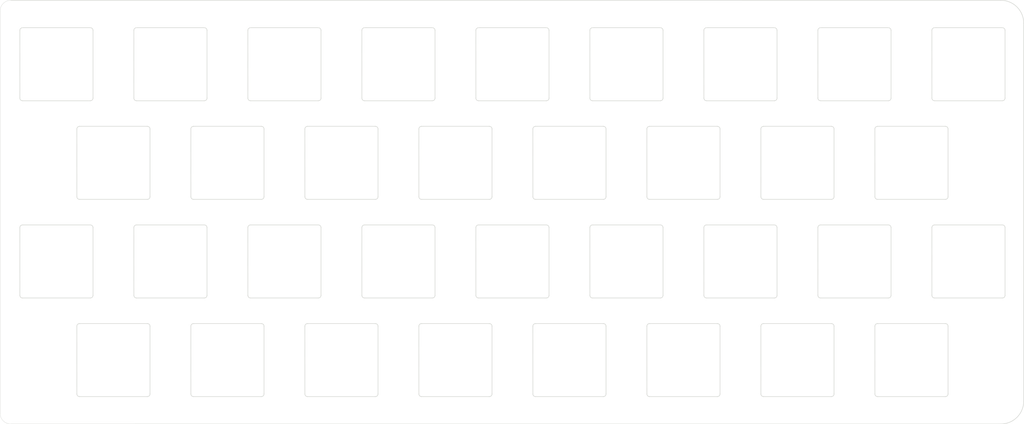
<source format=kicad_pcb>
(kicad_pcb (version 20211014) (generator pcbnew)
  (layers (0 "F.Cu" signal) (31 "B.Cu" signal) (34 "B.Paste" user) (35 "F.Paste" user) (36 "B.SilkS" user "B.Silkscreen") (37 "F.SilkS" user "F.Silkscreen") (38 "B.Mask" user) (39 "F.Mask" user) (44 "Edge.Cuts" user))
  (net 0 "")
  (footprint "Pale Slim Ghost:Kailh Choc V1 panel" (layer "F.Cu") (at 266.358051 116.833013)
    (fp_text reference "SW34" hide)
    (fp_text value "SW_Push" hide)
    (fp_line (start -6.396447 6.896447) (end 6.396447 6.896447) (layer "Edge.Cuts") (width 0.1))
    (fp_line (start 6.896447 -6.396447) (end 6.896447 6.396447) (layer "Edge.Cuts") (width 0.1))
    (fp_line (start -6.4 -6.896447) (end 6.396447 -6.896447) (layer "Edge.Cuts") (width 0.1))
    (fp_line (start -6.9 -6.396447) (end -6.896447 6.396447) (layer "Edge.Cuts") (width 0.1))
    (fp_arc (start -6.9 -6.396447) (mid -6.753553 -6.75) (end -6.4 -6.896447) (layer "Edge.Cuts") (width 0.1))
    (fp_arc (start -6.396447 6.896447) (mid -6.75 6.75) (end -6.896447 6.396447) (layer "Edge.Cuts") (width 0.1))
    (fp_arc (start 6.896447 6.396447) (mid 6.750001 6.750001) (end 6.396447 6.896447) (layer "Edge.Cuts") (width 0.1))
    (fp_arc (start 6.396447 -6.896447) (mid 6.750001 -6.750001) (end 6.896447 -6.396447) (layer "Edge.Cuts") (width 0.1))
  )
  (footprint "Pale Slim Ghost:Kailh Choc V1 panel" (layer "F.Cu") (at 244.858051 116.833013)
    (fp_text reference "SW33" hide)
    (fp_text value "SW_Push" hide)
    (fp_line (start -6.396447 6.896447) (end 6.396447 6.896447) (layer "Edge.Cuts") (width 0.1))
    (fp_line (start -6.4 -6.896447) (end 6.396447 -6.896447) (layer "Edge.Cuts") (width 0.1))
    (fp_line (start -6.9 -6.396447) (end -6.896447 6.396447) (layer "Edge.Cuts") (width 0.1))
    (fp_line (start 6.896447 -6.396447) (end 6.896447 6.396447) (layer "Edge.Cuts") (width 0.1))
    (fp_arc (start 6.896447 6.396447) (mid 6.750001 6.750001) (end 6.396447 6.896447) (layer "Edge.Cuts") (width 0.1))
    (fp_arc (start -6.9 -6.396447) (mid -6.753553 -6.75) (end -6.4 -6.896447) (layer "Edge.Cuts") (width 0.1))
    (fp_arc (start 6.396447 -6.896447) (mid 6.750001 -6.750001) (end 6.896447 -6.396447) (layer "Edge.Cuts") (width 0.1))
    (fp_arc (start -6.396447 6.896447) (mid -6.75 6.75) (end -6.896447 6.396447) (layer "Edge.Cuts") (width 0.1))
  )
  (footprint "Pale Slim Ghost:Kailh Choc V1 panel" (layer "F.Cu") (at 137.358051 79.593917)
    (fp_text reference "SW11" hide)
    (fp_text value "SW_Push" hide)
    (fp_line (start -6.396447 6.896447) (end 6.396447 6.896447) (layer "Edge.Cuts") (width 0.1))
    (fp_line (start -6.9 -6.396447) (end -6.896447 6.396447) (layer "Edge.Cuts") (width 0.1))
    (fp_line (start 6.896447 -6.396447) (end 6.896447 6.396447) (layer "Edge.Cuts") (width 0.1))
    (fp_line (start -6.4 -6.896447) (end 6.396447 -6.896447) (layer "Edge.Cuts") (width 0.1))
    (fp_arc (start 6.396447 -6.896447) (mid 6.750001 -6.750001) (end 6.896447 -6.396447) (layer "Edge.Cuts") (width 0.1))
    (fp_arc (start 6.896447 6.396447) (mid 6.750001 6.750001) (end 6.396447 6.896447) (layer "Edge.Cuts") (width 0.1))
    (fp_arc (start -6.396447 6.896447) (mid -6.75 6.75) (end -6.896447 6.396447) (layer "Edge.Cuts") (width 0.1))
    (fp_arc (start -6.9 -6.396447) (mid -6.753553 -6.75) (end -6.4 -6.896447) (layer "Edge.Cuts") (width 0.1))
  )
  (footprint "Pale Slim Ghost:Kailh Choc V1 panel" (layer "F.Cu") (at 169.608051 60.974369)
    (fp_text reference "SW4" hide)
    (fp_text value "SW_Push" hide)
    (fp_line (start 6.896447 -6.396447) (end 6.896447 6.396447) (layer "Edge.Cuts") (width 0.1))
    (fp_line (start -6.4 -6.896447) (end 6.396447 -6.896447) (layer "Edge.Cuts") (width 0.1))
    (fp_line (start -6.9 -6.396447) (end -6.896447 6.396447) (layer "Edge.Cuts") (width 0.1))
    (fp_line (start -6.396447 6.896447) (end 6.396447 6.896447) (layer "Edge.Cuts") (width 0.1))
    (fp_arc (start -6.396447 6.896447) (mid -6.75 6.75) (end -6.896447 6.396447) (layer "Edge.Cuts") (width 0.1))
    (fp_arc (start -6.9 -6.396447) (mid -6.753553 -6.75) (end -6.4 -6.896447) (layer "Edge.Cuts") (width 0.1))
    (fp_arc (start 6.396447 -6.896447) (mid 6.750001 -6.750001) (end 6.896447 -6.396447) (layer "Edge.Cuts") (width 0.1))
    (fp_arc (start 6.896447 6.396447) (mid 6.750001 6.750001) (end 6.396447 6.896447) (layer "Edge.Cuts") (width 0.1))
  )
  (footprint "Pale Slim Ghost:Kailh Choc V1 panel" (layer "F.Cu") (at 255.608051 60.974369)
    (fp_text reference "SW8" hide)
    (fp_text value "SW_Push" hide)
    (fp_line (start -6.9 -6.396447) (end -6.896447 6.396447) (layer "Edge.Cuts") (width 0.1))
    (fp_line (start -6.396447 6.896447) (end 6.396447 6.896447) (layer "Edge.Cuts") (width 0.1))
    (fp_line (start 6.896447 -6.396447) (end 6.896447 6.396447) (layer "Edge.Cuts") (width 0.1))
    (fp_line (start -6.4 -6.896447) (end 6.396447 -6.896447) (layer "Edge.Cuts") (width 0.1))
    (fp_arc (start -6.396447 6.896447) (mid -6.75 6.75) (end -6.896447 6.396447) (layer "Edge.Cuts") (width 0.1))
    (fp_arc (start -6.9 -6.396447) (mid -6.753553 -6.75) (end -6.4 -6.896447) (layer "Edge.Cuts") (width 0.1))
    (fp_arc (start 6.896447 6.396447) (mid 6.750001 6.750001) (end 6.396447 6.896447) (layer "Edge.Cuts") (width 0.1))
    (fp_arc (start 6.396447 -6.896447) (mid 6.750001 -6.750001) (end 6.896447 -6.396447) (layer "Edge.Cuts") (width 0.1))
  )
  (footprint "Pale Slim Ghost:Kailh Choc V1 panel" (layer "F.Cu") (at 244.858051 79.593917)
    (fp_text reference "SW16" hide)
    (fp_text value "SW_Push" hide)
    (fp_line (start -6.396447 6.896447) (end 6.396447 6.896447) (layer "Edge.Cuts") (width 0.1))
    (fp_line (start -6.4 -6.896447) (end 6.396447 -6.896447) (layer "Edge.Cuts") (width 0.1))
    (fp_line (start 6.896447 -6.396447) (end 6.896447 6.396447) (layer "Edge.Cuts") (width 0.1))
    (fp_line (start -6.9 -6.396447) (end -6.896447 6.396447) (layer "Edge.Cuts") (width 0.1))
    (fp_arc (start 6.396447 -6.896447) (mid 6.750001 -6.750001) (end 6.896447 -6.396447) (layer "Edge.Cuts") (width 0.1))
    (fp_arc (start -6.9 -6.396447) (mid -6.753553 -6.75) (end -6.4 -6.896447) (layer "Edge.Cuts") (width 0.1))
    (fp_arc (start 6.896447 6.396447) (mid 6.750001 6.750001) (end 6.396447 6.896447) (layer "Edge.Cuts") (width 0.1))
    (fp_arc (start -6.396447 6.896447) (mid -6.75 6.75) (end -6.896447 6.396447) (layer "Edge.Cuts") (width 0.1))
  )
  (footprint "MountingHole:MountingHole_3.2mm_M3" (layer "F.Cu") (at 283.210051 124.586693)
    (fp_text reference "H4" hide)
    (fp_text value "MountingHole" hide)
    (pad "" np_thru_hole circle (at 0 0) (size 3.2 3.2) (drill 3.2) (layers *.Cu *.Mask))
  )
  (footprint "Pale Slim Ghost:Kailh Choc V1 panel" (layer "F.Cu") (at 180.358051 116.833013)
    (fp_text reference "SW30" hide)
    (fp_text value "SW_Push" hide)
    (fp_line (start -6.4 -6.896447) (end 6.396447 -6.896447) (layer "Edge.Cuts") (width 0.1))
    (fp_line (start -6.396447 6.896447) (end 6.396447 6.896447) (layer "Edge.Cuts") (width 0.1))
    (fp_line (start 6.896447 -6.396447) (end 6.896447 6.396447) (layer "Edge.Cuts") (width 0.1))
    (fp_line (start -6.9 -6.396447) (end -6.896447 6.396447) (layer "Edge.Cuts") (width 0.1))
    (fp_arc (start 6.896447 6.396447) (mid 6.750001 6.750001) (end 6.396447 6.896447) (layer "Edge.Cuts") (width 0.1))
    (fp_arc (start 6.396447 -6.896447) (mid 6.750001 -6.750001) (end 6.896447 -6.396447) (layer "Edge.Cuts") (width 0.1))
    (fp_arc (start -6.396447 6.896447) (mid -6.75 6.75) (end -6.896447 6.396447) (layer "Edge.Cuts") (width 0.1))
    (fp_arc (start -6.9 -6.396447) (mid -6.753553 -6.75) (end -6.4 -6.896447) (layer "Edge.Cuts") (width 0.1))
  )
  (footprint "Pale Slim Ghost:Kailh Choc V1 panel" (layer "F.Cu") (at 137.358051 116.833013)
    (fp_text reference "SW28" hide)
    (fp_text value "SW_Push" hide)
    (fp_line (start -6.9 -6.396447) (end -6.896447 6.396447) (layer "Edge.Cuts") (width 0.1))
    (fp_line (start 6.896447 -6.396447) (end 6.896447 6.396447) (layer "Edge.Cuts") (width 0.1))
    (fp_line (start -6.4 -6.896447) (end 6.396447 -6.896447) (layer "Edge.Cuts") (width 0.1))
    (fp_line (start -6.396447 6.896447) (end 6.396447 6.896447) (layer "Edge.Cuts") (width 0.1))
    (fp_arc (start 6.896447 6.396447) (mid 6.750001 6.750001) (end 6.396447 6.896447) (layer "Edge.Cuts") (width 0.1))
    (fp_arc (start -6.9 -6.396447) (mid -6.753553 -6.75) (end -6.4 -6.896447) (layer "Edge.Cuts") (width 0.1))
    (fp_arc (start 6.396447 -6.896447) (mid 6.750001 -6.750001) (end 6.896447 -6.396447) (layer "Edge.Cuts") (width 0.1))
    (fp_arc (start -6.396447 6.896447) (mid -6.75 6.75) (end -6.896447 6.396447) (layer "Edge.Cuts") (width 0.1))
  )
  (footprint "Pale Slim Ghost:Kailh Choc V1 panel" (layer "F.Cu") (at 148.108051 98.213465)
    (fp_text reference "SW20" hide)
    (fp_text value "SW_Push" hide)
    (fp_line (start 6.896447 -6.396447) (end 6.896447 6.396447) (layer "Edge.Cuts") (width 0.1))
    (fp_line (start -6.4 -6.896447) (end 6.396447 -6.896447) (layer "Edge.Cuts") (width 0.1))
    (fp_line (start -6.9 -6.396447) (end -6.896447 6.396447) (layer "Edge.Cuts") (width 0.1))
    (fp_line (start -6.396447 6.896447) (end 6.396447 6.896447) (layer "Edge.Cuts") (width 0.1))
    (fp_arc (start -6.9 -6.396447) (mid -6.753553 -6.75) (end -6.4 -6.896447) (layer "Edge.Cuts") (width 0.1))
    (fp_arc (start 6.896447 6.396447) (mid 6.750001 6.750001) (end 6.396447 6.896447) (layer "Edge.Cuts") (width 0.1))
    (fp_arc (start 6.396447 -6.896447) (mid 6.750001 -6.750001) (end 6.896447 -6.396447) (layer "Edge.Cuts") (width 0.1))
    (fp_arc (start -6.396447 6.896447) (mid -6.75 6.75) (end -6.896447 6.396447) (layer "Edge.Cuts") (width 0.1))
  )
  (footprint "Pale Slim Ghost:Kailh Choc V1 panel" (layer "F.Cu") (at 223.358051 116.833013)
    (fp_text reference "SW32" hide)
    (fp_text value "SW_Push" hide)
    (fp_line (start -6.4 -6.896447) (end 6.396447 -6.896447) (layer "Edge.Cuts") (width 0.1))
    (fp_line (start 6.896447 -6.396447) (end 6.896447 6.396447) (layer "Edge.Cuts") (width 0.1))
    (fp_line (start -6.396447 6.896447) (end 6.396447 6.896447) (layer "Edge.Cuts") (width 0.1))
    (fp_line (start -6.9 -6.396447) (end -6.896447 6.396447) (layer "Edge.Cuts") (width 0.1))
    (fp_arc (start 6.396447 -6.896447) (mid 6.750001 -6.750001) (end 6.896447 -6.396447) (layer "Edge.Cuts") (width 0.1))
    (fp_arc (start -6.9 -6.396447) (mid -6.753553 -6.75) (end -6.4 -6.896447) (layer "Edge.Cuts") (width 0.1))
    (fp_arc (start 6.896447 6.396447) (mid 6.750001 6.750001) (end 6.396447 6.896447) (layer "Edge.Cuts") (width 0.1))
    (fp_arc (start -6.396447 6.896447) (mid -6.75 6.75) (end -6.896447 6.396447) (layer "Edge.Cuts") (width 0.1))
  )
  (footprint "Pale Slim Ghost:Kailh Choc V1 panel" (layer "F.Cu") (at 223.358051 79.593917)
    (fp_text reference "SW15" hide)
    (fp_text value "SW_Push" hide)
    (fp_line (start -6.396447 6.896447) (end 6.396447 6.896447) (layer "Edge.Cuts") (width 0.1))
    (fp_line (start 6.896447 -6.396447) (end 6.896447 6.396447) (layer "Edge.Cuts") (width 0.1))
    (fp_line (start -6.9 -6.396447) (end -6.896447 6.396447) (layer "Edge.Cuts") (width 0.1))
    (fp_line (start -6.4 -6.896447) (end 6.396447 -6.896447) (layer "Edge.Cuts") (width 0.1))
    (fp_arc (start 6.396447 -6.896447) (mid 6.750001 -6.750001) (end 6.896447 -6.396447) (layer "Edge.Cuts") (width 0.1))
    (fp_arc (start 6.896447 6.396447) (mid 6.750001 6.750001) (end 6.396447 6.896447) (layer "Edge.Cuts") (width 0.1))
    (fp_arc (start -6.396447 6.896447) (mid -6.75 6.75) (end -6.896447 6.396447) (layer "Edge.Cuts") (width 0.1))
    (fp_arc (start -6.9 -6.396447) (mid -6.753553 -6.75) (end -6.4 -6.896447) (layer "Edge.Cuts") (width 0.1))
  )
  (footprint "Pale Slim Ghost:Kailh Choc V1 panel" (layer "F.Cu") (at 201.858051 116.833013)
    (fp_text reference "SW31" hide)
    (fp_text value "SW_Push" hide)
    (fp_line (start -6.9 -6.396447) (end -6.896447 6.396447) (layer "Edge.Cuts") (width 0.1))
    (fp_line (start 6.896447 -6.396447) (end 6.896447 6.396447) (layer "Edge.Cuts") (width 0.1))
    (fp_line (start -6.396447 6.896447) (end 6.396447 6.896447) (layer "Edge.Cuts") (width 0.1))
    (fp_line (start -6.4 -6.896447) (end 6.396447 -6.896447) (layer "Edge.Cuts") (width 0.1))
    (fp_arc (start 6.896447 6.396447) (mid 6.750001 6.750001) (end 6.396447 6.896447) (layer "Edge.Cuts") (width 0.1))
    (fp_arc (start -6.396447 6.896447) (mid -6.75 6.75) (end -6.896447 6.396447) (layer "Edge.Cuts") (width 0.1))
    (fp_arc (start 6.396447 -6.896447) (mid 6.750001 -6.750001) (end 6.896447 -6.396447) (layer "Edge.Cuts") (width 0.1))
    (fp_arc (start -6.9 -6.396447) (mid -6.753553 -6.75) (end -6.4 -6.896447) (layer "Edge.Cuts") (width 0.1))
  )
  (footprint "Pale Slim Ghost:Kailh Choc V1 panel" (layer "F.Cu") (at 115.858051 79.593917)
    (fp_text reference "SW10" hide)
    (fp_text value "SW_Push" hide)
    (fp_line (start -6.396447 6.896447) (end 6.396447 6.896447) (layer "Edge.Cuts") (width 0.1))
    (fp_line (start -6.9 -6.396447) (end -6.896447 6.396447) (layer "Edge.Cuts") (width 0.1))
    (fp_line (start 6.896447 -6.396447) (end 6.896447 6.396447) (layer "Edge.Cuts") (width 0.1))
    (fp_line (start -6.4 -6.896447) (end 6.396447 -6.896447) (layer "Edge.Cuts") (width 0.1))
    (fp_arc (start 6.396447 -6.896447) (mid 6.750001 -6.750001) (end 6.896447 -6.396447) (layer "Edge.Cuts") (width 0.1))
    (fp_arc (start 6.896447 6.396447) (mid 6.750001 6.750001) (end 6.396447 6.896447) (layer "Edge.Cuts") (width 0.1))
    (fp_arc (start -6.396447 6.896447) (mid -6.75 6.75) (end -6.896447 6.396447) (layer "Edge.Cuts") (width 0.1))
    (fp_arc (start -6.9 -6.396447) (mid -6.753553 -6.75) (end -6.4 -6.896447) (layer "Edge.Cuts") (width 0.1))
  )
  (footprint "Pale Slim Ghost:Kailh Choc V1 panel" (layer "F.Cu") (at 180.358051 79.593917)
    (fp_text reference "SW13" hide)
    (fp_text value "SW_Push" hide)
    (fp_line (start 6.896447 -6.396447) (end 6.896447 6.396447) (layer "Edge.Cuts") (width 0.1))
    (fp_line (start -6.9 -6.396447) (end -6.896447 6.396447) (layer "Edge.Cuts") (width 0.1))
    (fp_line (start -6.396447 6.896447) (end 6.396447 6.896447) (layer "Edge.Cuts") (width 0.1))
    (fp_line (start -6.4 -6.896447) (end 6.396447 -6.896447) (layer "Edge.Cuts") (width 0.1))
    (fp_arc (start -6.9 -6.396447) (mid -6.753553 -6.75) (end -6.4 -6.896447) (layer "Edge.Cuts") (width 0.1))
    (fp_arc (start -6.396447 6.896447) (mid -6.75 6.75) (end -6.896447 6.396447) (layer "Edge.Cuts") (width 0.1))
    (fp_arc (start 6.396447 -6.896447) (mid 6.750001 -6.750001) (end 6.896447 -6.396447) (layer "Edge.Cuts") (width 0.1))
    (fp_arc (start 6.896447 6.396447) (mid 6.750001 6.750001) (end 6.396447 6.896447) (layer "Edge.Cuts") (width 0.1))
  )
  (footprint "Pale Slim Ghost:Kailh Choc V1 panel" (layer "F.Cu") (at 277.108051 98.213465)
    (fp_text reference "SW26" hide)
    (fp_text value "SW_Push" hide)
    (fp_line (start -6.9 -6.396447) (end -6.896447 6.396447) (layer "Edge.Cuts") (width 0.1))
    (fp_line (start -6.396447 6.896447) (end 6.396447 6.896447) (layer "Edge.Cuts") (width 0.1))
    (fp_line (start -6.4 -6.896447) (end 6.396447 -6.896447) (layer "Edge.Cuts") (width 0.1))
    (fp_line (start 6.896447 -6.396447) (end 6.896447 6.396447) (layer "Edge.Cuts") (width 0.1))
    (fp_arc (start 6.396447 -6.896447) (mid 6.750001 -6.750001) (end 6.896447 -6.396447) (layer "Edge.Cuts") (width 0.1))
    (fp_arc (start -6.396447 6.896447) (mid -6.75 6.75) (end -6.896447 6.396447) (layer "Edge.Cuts") (width 0.1))
    (fp_arc (start 6.896447 6.396447) (mid 6.750001 6.750001) (end 6.396447 6.896447) (layer "Edge.Cuts") (width 0.1))
    (fp_arc (start -6.9 -6.396447) (mid -6.753553 -6.75) (end -6.4 -6.896447) (layer "Edge.Cuts") (width 0.1))
  )
  (footprint "Pale Slim Ghost:Kailh Choc V1 panel" (layer "F.Cu") (at 158.858051 79.593917)
    (fp_text reference "SW12" hide)
    (fp_text value "SW_Push" hide)
    (fp_line (start -6.396447 6.896447) (end 6.396447 6.896447) (layer "Edge.Cuts") (width 0.1))
    (fp_line (start -6.9 -6.396447) (end -6.896447 6.396447) (layer "Edge.Cuts") (width 0.1))
    (fp_line (start -6.4 -6.896447) (end 6.396447 -6.896447) (layer "Edge.Cuts") (width 0.1))
    (fp_line (start 6.896447 -6.396447) (end 6.896447 6.396447) (layer "Edge.Cuts") (width 0.1))
    (fp_arc (start 6.396447 -6.896447) (mid 6.750001 -6.750001) (end 6.896447 -6.396447) (layer "Edge.Cuts") (width 0.1))
    (fp_arc (start 6.896447 6.396447) (mid 6.750001 6.750001) (end 6.396447 6.896447) (layer "Edge.Cuts") (width 0.1))
    (fp_arc (start -6.9 -6.396447) (mid -6.753553 -6.75) (end -6.4 -6.896447) (layer "Edge.Cuts") (width 0.1))
    (fp_arc (start -6.396447 6.896447) (mid -6.75 6.75) (end -6.896447 6.396447) (layer "Edge.Cuts") (width 0.1))
  )
  (footprint "Pale Slim Ghost:Kailh Choc V1 panel" (layer "F.Cu") (at 105.108051 98.213465)
    (fp_text reference "SW18" hide)
    (fp_text value "SW_Push" hide)
    (fp_line (start -6.396447 6.896447) (end 6.396447 6.896447) (layer "Edge.Cuts") (width 0.1))
    (fp_line (start -6.4 -6.896447) (end 6.396447 -6.896447) (layer "Edge.Cuts") (width 0.1))
    (fp_line (start 6.896447 -6.396447) (end 6.896447 6.396447) (layer "Edge.Cuts") (width 0.1))
    (fp_line (start -6.9 -6.396447) (end -6.896447 6.396447) (layer "Edge.Cuts") (width 0.1))
    (fp_arc (start 6.396447 -6.896447) (mid 6.750001 -6.750001) (end 6.896447 -6.396447) (layer "Edge.Cuts") (width 0.1))
    (fp_arc (start 6.896447 6.396447) (mid 6.750001 6.750001) (end 6.396447 6.896447) (layer "Edge.Cuts") (width 0.1))
    (fp_arc (start -6.9 -6.396447) (mid -6.753553 -6.75) (end -6.4 -6.896447) (layer "Edge.Cuts") (width 0.1))
    (fp_arc (start -6.396447 6.896447) (mid -6.75 6.75) (end -6.896447 6.396447) (layer "Edge.Cuts") (width 0.1))
  )
  (footprint "Pale Slim Ghost:Kailh Choc V1 panel" (layer "F.Cu") (at 191.108051 98.213465)
    (fp_text reference "SW22" hide)
    (fp_text value "SW_Push" hide)
    (fp_line (start -6.9 -6.396447) (end -6.896447 6.396447) (layer "Edge.Cuts") (width 0.1))
    (fp_line (start -6.396447 6.896447) (end 6.396447 6.896447) (layer "Edge.Cuts") (width 0.1))
    (fp_line (start -6.4 -6.896447) (end 6.396447 -6.896447) (layer "Edge.Cuts") (width 0.1))
    (fp_line (start 6.896447 -6.396447) (end 6.896447 6.396447) (layer "Edge.Cuts") (width 0.1))
    (fp_arc (start -6.9 -6.396447) (mid -6.753553 -6.75) (end -6.4 -6.896447) (layer "Edge.Cuts") (width 0.1))
    (fp_arc (start 6.396447 -6.896447) (mid 6.750001 -6.750001) (end 6.896447 -6.396447) (layer "Edge.Cuts") (width 0.1))
    (fp_arc (start -6.396447 6.896447) (mid -6.75 6.75) (end -6.896447 6.396447) (layer "Edge.Cuts") (width 0.1))
    (fp_arc (start 6.896447 6.396447) (mid 6.750001 6.750001) (end 6.396447 6.896447) (layer "Edge.Cuts") (width 0.1))
  )
  (footprint "Pale Slim Ghost:Kailh Choc V1 panel" (layer "F.Cu") (at 126.608051 98.213465)
    (fp_text reference "SW19" hide)
    (fp_text value "SW_Push" hide)
    (fp_line (start -6.396447 6.896447) (end 6.396447 6.896447) (layer "Edge.Cuts") (width 0.1))
    (fp_line (start -6.9 -6.396447) (end -6.896447 6.396447) (layer "Edge.Cuts") (width 0.1))
    (fp_line (start 6.896447 -6.396447) (end 6.896447 6.396447) (layer "Edge.Cuts") (width 0.1))
    (fp_line (start -6.4 -6.896447) (end 6.396447 -6.896447) (layer "Edge.Cuts") (width 0.1))
    (fp_arc (start -6.9 -6.396447) (mid -6.753553 -6.75) (end -6.4 -6.896447) (layer "Edge.Cuts") (width 0.1))
    (fp_arc (start 6.896447 6.396447) (mid 6.750001 6.750001) (end 6.396447 6.896447) (layer "Edge.Cuts") (width 0.1))
    (fp_arc (start -6.396447 6.896447) (mid -6.75 6.75) (end -6.896447 6.396447) (layer "Edge.Cuts") (width 0.1))
    (fp_arc (start 6.396447 -6.896447) (mid 6.750001 -6.750001) (end 6.896447 -6.396447) (layer "Edge.Cuts") (width 0.1))
  )
  (footprint "Pale Slim Ghost:Kailh Choc V1 panel" (layer "F.Cu") (at 148.108051 60.974369)
    (fp_text reference "SW3" hide)
    (fp_text value "SW_Push" hide)
    (fp_line (start -6.396447 6.896447) (end 6.396447 6.896447) (layer "Edge.Cuts") (width 0.1))
    (fp_line (start -6.9 -6.396447) (end -6.896447 6.396447) (layer "Edge.Cuts") (width 0.1))
    (fp_line (start 6.896447 -6.396447) (end 6.896447 6.396447) (layer "Edge.Cuts") (width 0.1))
    (fp_line (start -6.4 -6.896447) (end 6.396447 -6.896447) (layer "Edge.Cuts") (width 0.1))
    (fp_arc (start 6.896447 6.396447) (mid 6.750001 6.750001) (end 6.396447 6.896447) (layer "Edge.Cuts") (width 0.1))
    (fp_arc (start 6.396447 -6.896447) (mid 6.750001 -6.750001) (end 6.896447 -6.396447) (layer "Edge.Cuts") (width 0.1))
    (fp_arc (start -6.396447 6.896447) (mid -6.75 6.75) (end -6.896447 6.396447) (layer "Edge.Cuts") (width 0.1))
    (fp_arc (start -6.9 -6.396447) (mid -6.753553 -6.75) (end -6.4 -6.896447) (layer "Edge.Cuts") (width 0.1))
  )
  (footprint "Pale Slim Ghost:Kailh Choc V1 panel" (layer "F.Cu") (at 158.858051 116.833013)
    (fp_text reference "SW29" hide)
    (fp_text value "SW_Push" hide)
    (fp_line (start -6.396447 6.896447) (end 6.396447 6.896447) (layer "Edge.Cuts") (width 0.1))
    (fp_line (start -6.9 -6.396447) (end -6.896447 6.396447) (layer "Edge.Cuts") (width 0.1))
    (fp_line (start 6.896447 -6.396447) (end 6.896447 6.396447) (layer "Edge.Cuts") (width 0.1))
    (fp_line (start -6.4 -6.896447) (end 6.396447 -6.896447) (layer "Edge.Cuts") (width 0.1))
    (fp_arc (start -6.9 -6.396447) (mid -6.753553 -6.75) (end -6.4 -6.896447) (layer "Edge.Cuts") (width 0.1))
    (fp_arc (start 6.396447 -6.896447) (mid 6.750001 -6.750001) (end 6.896447 -6.396447) (layer "Edge.Cuts") (width 0.1))
    (fp_arc (start 6.896447 6.396447) (mid 6.750001 6.750001) (end 6.396447 6.896447) (layer "Edge.Cuts") (width 0.1))
    (fp_arc (start -6.396447 6.896447) (mid -6.75 6.75) (end -6.896447 6.396447) (layer "Edge.Cuts") (width 0.1))
  )
  (footprint "Pale Slim Ghost:Kailh Choc V1 panel" (layer "F.Cu") (at 234.108051 98.213465)
    (fp_text reference "SW24" hide)
    (fp_text value "SW_Push" hide)
    (fp_line (start 6.896447 -6.396447) (end 6.896447 6.396447) (layer "Edge.Cuts") (width 0.1))
    (fp_line (start -6.396447 6.896447) (end 6.396447 6.896447) (layer "Edge.Cuts") (width 0.1))
    (fp_line (start -6.4 -6.896447) (end 6.396447 -6.896447) (layer "Edge.Cuts") (width 0.1))
    (fp_line (start -6.9 -6.396447) (end -6.896447 6.396447) (layer "Edge.Cuts") (width 0.1))
    (fp_arc (start 6.896447 6.396447) (mid 6.750001 6.750001) (end 6.396447 6.896447) (layer "Edge.Cuts") (width 0.1))
    (fp_arc (start -6.9 -6.396447) (mid -6.753553 -6.75) (end -6.4 -6.896447) (layer "Edge.Cuts") (width 0.1))
    (fp_arc (start 6.396447 -6.896447) (mid 6.750001 -6.750001) (end 6.896447 -6.396447) (layer "Edge.Cuts") (width 0.1))
    (fp_arc (start -6.396447 6.896447) (mid -6.75 6.75) (end -6.896447 6.396447) (layer "Edge.Cuts") (width 0.1))
  )
  (footprint "MountingHole:MountingHole_3.2mm_M3" (layer "F.Cu") (at 283.464051 71.500693)
    (fp_text reference "H3" hide)
    (fp_text value "MountingHole" hide)
    (pad "" np_thru_hole circle (at 0 0) (size 3.2 3.2) (drill 3.2) (layers *.Cu *.Mask))
  )
  (footprint "Pale Slim Ghost:Kailh Choc V1 panel" (layer "F.Cu") (at 212.608051 98.213465)
    (fp_text reference "SW23" hide)
    (fp_text value "SW_Push" hide)
    (fp_line (start 6.896447 -6.396447) (end 6.896447 6.396447) (layer "Edge.Cuts") (width 0.1))
    (fp_line (start -6.396447 6.896447) (end 6.396447 6.896447) (layer "Edge.Cuts") (width 0.1))
    (fp_line (start -6.4 -6.896447) (end 6.396447 -6.896447) (layer "Edge.Cuts") (width 0.1))
    (fp_line (start -6.9 -6.396447) (end -6.896447 6.396447) (layer "Edge.Cuts") (width 0.1))
    (fp_arc (start 6.396447 -6.896447) (mid 6.750001 -6.750001) (end 6.896447 -6.396447) (layer "Edge.Cuts") (width 0.1))
    (fp_arc (start -6.396447 6.896447) (mid -6.75 6.75) (end -6.896447 6.396447) (layer "Edge.Cuts") (width 0.1))
    (fp_arc (start 6.896447 6.396447) (mid 6.750001 6.750001) (end 6.396447 6.896447) (layer "Edge.Cuts") (width 0.1))
    (fp_arc (start -6.9 -6.396447) (mid -6.753553 -6.75) (end -6.4 -6.896447) (layer "Edge.Cuts") (width 0.1))
  )
  (footprint "Pale Slim Ghost:Kailh Choc V1 panel" (layer "F.Cu") (at 266.358051 79.593917)
    (fp_text reference "SW17" hide)
    (fp_text value "SW_Push" hide)
    (fp_line (start 6.896447 -6.396447) (end 6.896447 6.396447) (layer "Edge.Cuts") (width 0.1))
    (fp_line (start -6.9 -6.396447) (end -6.896447 6.396447) (layer "Edge.Cuts") (width 0.1))
    (fp_line (start -6.396447 6.896447) (end 6.396447 6.896447) (layer "Edge.Cuts") (width 0.1))
    (fp_line (start -6.4 -6.896447) (end 6.396447 -6.896447) (layer "Edge.Cuts") (width 0.1))
    (fp_arc (start 6.396447 -6.896447) (mid 6.750001 -6.750001) (end 6.896447 -6.396447) (layer "Edge.Cuts") (width 0.1))
    (fp_arc (start -6.396447 6.896447) (mid -6.75 6.75) (end -6.896447 6.396447) (layer "Edge.Cuts") (width 0.1))
    (fp_arc (start -6.9 -6.396447) (mid -6.753553 -6.75) (end -6.4 -6.896447) (layer "Edge.Cuts") (width 0.1))
    (fp_arc (start 6.896447 6.396447) (mid 6.750001 6.750001) (end 6.396447 6.896447) (layer "Edge.Cuts") (width 0.1))
  )
  (footprint "Pale Slim Ghost:Kailh Choc V1 panel" (layer "F.Cu") (at 234.108051 60.974369)
    (fp_text reference "SW7" hide)
    (fp_text value "SW_Push" hide)
    (fp_line (start -6.9 -6.396447) (end -6.896447 6.396447) (layer "Edge.Cuts") (width 0.1))
    (fp_line (start 6.896447 -6.396447) (end 6.896447 6.396447) (layer "Edge.Cuts") (width 0.1))
    (fp_line (start -6.4 -6.896447) (end 6.396447 -6.896447) (layer "Edge.Cuts") (width 0.1))
    (fp_line (start -6.396447 6.896447) (end 6.396447 6.896447) (layer "Edge.Cuts") (width 0.1))
    (fp_arc (start -6.9 -6.396447) (mid -6.753553 -6.75) (end -6.4 -6.896447) (layer "Edge.Cuts") (width 0.1))
    (fp_arc (start 6.396447 -6.896447) (mid 6.750001 -6.750001) (end 6.896447 -6.396447) (layer "Edge.Cuts") (width 0.1))
    (fp_arc (start 6.896447 6.396447) (mid 6.750001 6.750001) (end 6.396447 6.896447) (layer "Edge.Cuts") (width 0.1))
    (fp_arc (start -6.396447 6.896447) (mid -6.75 6.75) (end -6.896447 6.396447) (layer "Edge.Cuts") (width 0.1))
  )
  (footprint "Pale Slim Ghost:Kailh Choc V1 panel" (layer "F.Cu") (at 169.608051 98.213465)
    (fp_text reference "SW21" hide)
    (fp_text value "SW_Push" hide)
    (fp_line (start -6.396447 6.896447) (end 6.396447 6.896447) (layer "Edge.Cuts") (width 0.1))
    (fp_line (start -6.9 -6.396447) (end -6.896447 6.396447) (layer "Edge.Cuts") (width 0.1))
    (fp_line (start 6.896447 -6.396447) (end 6.896447 6.396447) (layer "Edge.Cuts") (width 0.1))
    (fp_line (start -6.4 -6.896447) (end 6.396447 -6.896447) (layer "Edge.Cuts") (width 0.1))
    (fp_arc (start 6.396447 -6.896447) (mid 6.750001 -6.750001) (end 6.896447 -6.396447) (layer "Edge.Cuts") (width 0.1))
    (fp_arc (start 6.896447 6.396447) (mid 6.750001 6.750001) (end 6.396447 6.896447) (layer "Edge.Cuts") (width 0.1))
    (fp_arc (start -6.396447 6.896447) (mid -6.75 6.75) (end -6.896447 6.396447) (layer "Edge.Cuts") (width 0.1))
    (fp_arc (start -6.9 -6.396447) (mid -6.753553 -6.75) (end -6.4 -6.896447) (layer "Edge.Cuts") (width 0.1))
  )
  (footprint "Pale Slim Ghost:Kailh Choc V1 panel" (layer "F.Cu") (at 191.108051 60.974369)
    (fp_text reference "SW5" hide)
    (fp_text value "SW_Push" hide)
    (fp_line (start -6.9 -6.396447) (end -6.896447 6.396447) (layer "Edge.Cuts") (width 0.1))
    (fp_line (start -6.4 -6.896447) (end 6.396447 -6.896447) (layer "Edge.Cuts") (width 0.1))
    (fp_line (start 6.896447 -6.396447) (end 6.896447 6.396447) (layer "Edge.Cuts") (width 0.1))
    (fp_line (start -6.396447 6.896447) (end 6.396447 6.896447) (layer "Edge.Cuts") (width 0.1))
    (fp_arc (start -6.9 -6.396447) (mid -6.753553 -6.75) (end -6.4 -6.896447) (layer "Edge.Cuts") (width 0.1))
    (fp_arc (start -6.396447 6.896447) (mid -6.75 6.75) (end -6.896447 6.396447) (layer "Edge.Cuts") (width 0.1))
    (fp_arc (start 6.896447 6.396447) (mid 6.750001 6.750001) (end 6.396447 6.896447) (layer "Edge.Cuts") (width 0.1))
    (fp_arc (start 6.396447 -6.896447) (mid 6.750001 -6.750001) (end 6.896447 -6.396447) (layer "Edge.Cuts") (width 0.1))
  )
  (footprint "Pale Slim Ghost:Kailh Choc V1 panel" (layer "F.Cu") (at 201.858051 79.593917)
    (fp_text reference "SW14" hide)
    (fp_text value "SW_Push" hide)
    (fp_line (start 6.896447 -6.396447) (end 6.896447 6.396447) (layer "Edge.Cuts") (width 0.1))
    (fp_line (start -6.9 -6.396447) (end -6.896447 6.396447) (layer "Edge.Cuts") (width 0.1))
    (fp_line (start -6.396447 6.896447) (end 6.396447 6.896447) (layer "Edge.Cuts") (width 0.1))
    (fp_line (start -6.4 -6.896447) (end 6.396447 -6.896447) (layer "Edge.Cuts") (width 0.1))
    (fp_arc (start 6.896447 6.396447) (mid 6.750001 6.750001) (end 6.396447 6.896447) (layer "Edge.Cuts") (width 0.1))
    (fp_arc (start -6.9 -6.396447) (mid -6.753553 -6.75) (end -6.4 -6.896447) (layer "Edge.Cuts") (width 0.1))
    (fp_arc (start -6.396447 6.896447) (mid -6.75 6.75) (end -6.896447 6.396447) (layer "Edge.Cuts") (width 0.1))
    (fp_arc (start 6.396447 -6.896447) (mid 6.750001 -6.750001) (end 6.896447 -6.396447) (layer "Edge.Cuts") (width 0.1))
  )
  (footprint "Pale Slim Ghost:Kailh Choc V1 panel" (layer "F.Cu") (at 115.858051 116.833013)
    (fp_text reference "SW27" hide)
    (fp_text value "SW_Push" hide)
    (fp_line (start -6.4 -6.896447) (end 6.396447 -6.896447) (layer "Edge.Cuts") (width 0.1))
    (fp_line (start 6.896447 -6.396447) (end 6.896447 6.396447) (layer "Edge.Cuts") (width 0.1))
    (fp_line (start -6.396447 6.896447) (end 6.396447 6.896447) (layer "Edge.Cuts") (width 0.1))
    (fp_line (start -6.9 -6.396447) (end -6.896447 6.396447) (layer "Edge.Cuts") (width 0.1))
    (fp_arc (start 6.396447 -6.896447) (mid 6.750001 -6.750001) (end 6.896447 -6.396447) (layer "Edge.Cuts") (width 0.1))
    (fp_arc (start -6.9 -6.396447) (mid -6.753553 -6.75) (end -6.4 -6.896447) (layer "Edge.Cuts") (width 0.1))
    (fp_arc (start 6.896447 6.396447) (mid 6.750001 6.750001) (end 6.396447 6.896447) (layer "Edge.Cuts") (width 0.1))
    (fp_arc (start -6.396447 6.896447) (mid -6.75 6.75) (end -6.896447 6.396447) (layer "Edge.Cuts") (width 0.1))
  )
  (footprint "Pale Slim Ghost:Kailh Choc V1 panel" (layer "F.Cu") (at 126.608051 60.974369)
    (fp_text reference "SW2" hide)
    (fp_text value "SW_Push" hide)
    (fp_line (start -6.9 -6.396447) (end -6.896447 6.396447) (layer "Edge.Cuts") (width 0.1))
    (fp_line (start 6.896447 -6.396447) (end 6.896447 6.396447) (layer "Edge.Cuts") (width 0.1))
    (fp_line (start -6.396447 6.896447) (end 6.396447 6.896447) (layer "Edge.Cuts") (width 0.1))
    (fp_line (start -6.4 -6.896447) (end 6.396447 -6.896447) (layer "Edge.Cuts") (width 0.1))
    (fp_arc (start -6.396447 6.896447) (mid -6.75 6.75) (end -6.896447 6.396447) (layer "Edge.Cuts") (width 0.1))
    (fp_arc (start 6.896447 6.396447) (mid 6.750001 6.750001) (end 6.396447 6.896447) (layer "Edge.Cuts") (width 0.1))
    (fp_arc (start 6.396447 -6.896447) (mid 6.750001 -6.750001) (end 6.896447 -6.396447) (layer "Edge.Cuts") (width 0.1))
    (fp_arc (start -6.9 -6.396447) (mid -6.753553 -6.75) (end -6.4 -6.896447) (layer "Edge.Cuts") (width 0.1))
  )
  (footprint "Pale Slim Ghost:Kailh Choc V1 panel" (layer "F.Cu") (at 105.108051 60.974369)
    (fp_text reference "SW1" hide)
    (fp_text value "SW_Push" hide)
    (fp_line (start -6.396447 6.896447) (end 6.396447 6.896447) (layer "Edge.Cuts") (width 0.1))
    (fp_line (start -6.4 -6.896447) (end 6.396447 -6.896447) (layer "Edge.Cuts") (width 0.1))
    (fp_line (start 6.896447 -6.396447) (end 6.896447 6.396447) (layer "Edge.Cuts") (width 0.1))
    (fp_line (start -6.9 -6.396447) (end -6.896447 6.396447) (layer "Edge.Cuts") (width 0.1))
    (fp_arc (start 6.396447 -6.896447) (mid 6.750001 -6.750001) (end 6.896447 -6.396447) (layer "Edge.Cuts") (width 0.1))
    (fp_arc (start 6.896447 6.396447) (mid 6.750001 6.750001) (end 6.396447 6.896447) (layer "Edge.Cuts") (width 0.1))
    (fp_arc (start -6.9 -6.396447) (mid -6.753553 -6.75) (end -6.4 -6.896447) (layer "Edge.Cuts") (width 0.1))
    (fp_arc (start -6.396447 6.896447) (mid -6.75 6.75) (end -6.896447 6.396447) (layer "Edge.Cuts") (width 0.1))
  )
  (footprint "Pale Slim Ghost:Kailh Choc V1 panel" (layer "F.Cu") (at 277.108051 60.974369)
    (fp_text reference "SW9" hide)
    (fp_text value "SW_Push" hide)
    (fp_line (start -6.4 -6.896447) (end 6.396447 -6.896447) (layer "Edge.Cuts") (width 0.1))
    (fp_line (start -6.396447 6.896447) (end 6.396447 6.896447) (layer "Edge.Cuts") (width 0.1))
    (fp_line (start 6.896447 -6.396447) (end 6.896447 6.396447) (layer "Edge.Cuts") (width 0.1))
    (fp_line (start -6.9 -6.396447) (end -6.896447 6.396447) (layer "Edge.Cuts") (width 0.1))
    (fp_arc (start 6.396447 -6.896447) (mid 6.750001 -6.750001) (end 6.896447 -6.396447) (layer "Edge.Cuts") (width 0.1))
    (fp_arc (start -6.396447 6.896447) (mid -6.75 6.75) (end -6.896447 6.396447) (layer "Edge.Cuts") (width 0.1))
    (fp_arc (start 6.896447 6.396447) (mid 6.750001 6.750001) (end 6.396447 6.896447) (layer "Edge.Cuts") (width 0.1))
    (fp_arc (start -6.9 -6.396447) (mid -6.753553 -6.75) (end -6.4 -6.896447) (layer "Edge.Cuts") (width 0.1))
  )
  (footprint "MountingHole:MountingHole_3.2mm_M3" (layer "F.Cu") (at 100.584051 124.586693)
    (fp_text reference "H5" hide)
    (fp_text value "MountingHole" hide)
    (pad "" np_thru_hole circle (at 0 0) (size 3.2 3.2) (drill 3.2) (layers *.Cu *.Mask))
  )
  (footprint "MountingHole:MountingHole_3.2mm_M3" (layer "F.Cu") (at 100.584051 71.500693)
    (fp_text reference "H6" hide)
    (fp_text value "MountingHole" hide)
    (pad "" np_thru_hole circle (at 0 0) (size 3.2 3.2) (drill 3.2) (layers *.Cu *.Mask))
  )
  (footprint "Pale Slim Ghost:Kailh Choc V1 panel" (layer "F.Cu") (at 255.608051 98.213465)
    (fp_text reference "SW25" hide)
    (fp_text value "SW_Push" hide)
    (fp_line (start 6.896447 -6.396447) (end 6.896447 6.396447) (layer "Edge.Cuts") (width 0.1))
    (fp_line (start -6.9 -6.396447) (end -6.896447 6.396447) (layer "Edge.Cuts") (width 0.1))
    (fp_line (start -6.396447 6.896447) (end 6.396447 6.896447) (layer "Edge.Cuts") (width 0.1))
    (fp_line (start -6.4 -6.896447) (end 6.396447 -6.896447) (layer "Edge.Cuts") (width 0.1))
    (fp_arc (start 6.896447 6.396447) (mid 6.750001 6.750001) (end 6.396447 6.896447) (layer "Edge.Cuts") (width 0.1))
    (fp_arc (start -6.9 -6.396447) (mid -6.753553 -6.75) (end -6.4 -6.896447) (layer "Edge.Cuts") (width 0.1))
    (fp_arc (start 6.396447 -6.896447) (mid 6.750001 -6.750001) (end 6.896447 -6.396447) (layer "Edge.Cuts") (width 0.1))
    (fp_arc (start -6.396447 6.896447) (mid -6.75 6.75) (end -6.896447 6.396447) (layer "Edge.Cuts") (width 0.1))
  )
  (footprint "Pale Slim Ghost:Kailh Choc V1 panel" (layer "F.Cu") (at 212.608051 60.974369)
    (fp_text reference "SW6" hide)
    (fp_text value "SW_Push" hide)
    (fp_line (start -6.9 -6.396447) (end -6.896447 6.396447) (layer "Edge.Cuts") (width 0.1))
    (fp_line (start 6.896447 -6.396447) (end 6.896447 6.396447) (layer "Edge.Cuts") (width 0.1))
    (fp_line (start -6.396447 6.896447) (end 6.396447 6.896447) (layer "Edge.Cuts") (width 0.1))
    (fp_line (start -6.4 -6.896447) (end 6.396447 -6.896447) (layer "Edge.Cuts") (width 0.1))
    (fp_arc (start 6.396447 -6.896447) (mid 6.750001 -6.750001) (end 6.896447 -6.396447) (layer "Edge.Cuts") (width 0.1))
    (fp_arc (start -6.9 -6.396447) (mid -6.753553 -6.75) (end -6.4 -6.896447) (layer "Edge.Cuts") (width 0.1))
    (fp_arc (start 6.896447 6.396447) (mid 6.750001 6.750001) (end 6.396447 6.896447) (layer "Edge.Cuts") (width 0.1))
    (fp_arc (start -6.396447 6.896447) (mid -6.75 6.75) (end -6.896447 6.396447) (layer "Edge.Cuts") (width 0.1))
  )
  (gr_arc (start 94.488 50.927) (mid 95.083159 49.490159) (end 96.52 48.895) (layer "Edge.Cuts") (width 0.05))
  (gr_line (start 96.52 48.895) (end 283.204764 48.89998) (layer "Edge.Cuts") (width 0.1))
  (gr_line (start 283.204764 128.899406) (end 96.52 128.905) (layer "Edge.Cuts") (width 0.1))
  (gr_arc (start 287.522764 124.581406) (mid 286.258047 127.634676) (end 283.204764 128.899406) (layer "Edge.Cuts") (width 0.1))
  (gr_arc (start 283.204764 48.89998) (mid 286.258081 50.164679) (end 287.522764 53.21798) (layer "Edge.Cuts") (width 0.1))
  (gr_arc (start 96.52 128.905) (mid 95.083159 128.309841) (end 94.488 126.873) (layer "Edge.Cuts") (width 0.05))
  (gr_line (start 287.528051 53.212693) (end 287.533338 124.576119) (layer "Edge.Cuts") (width 0.1))
  (gr_line (start 94.488 50.927) (end 94.488 126.873) (layer "Edge.Cuts") (width 0.05))
)
</source>
